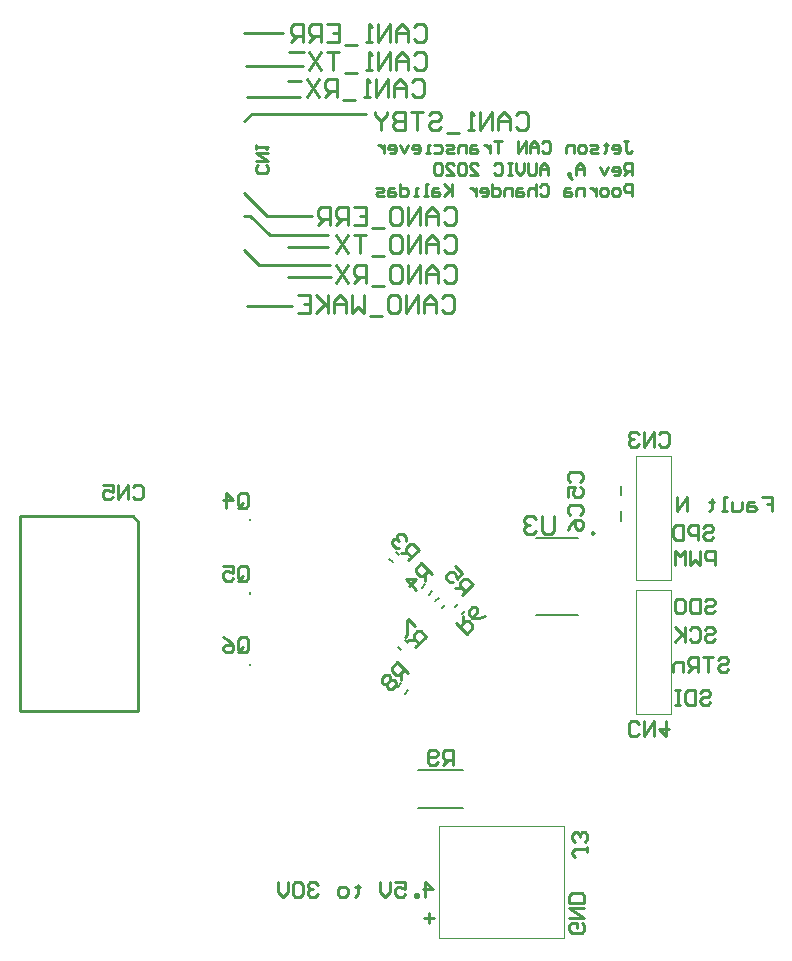
<source format=gbo>
G04*
G04 #@! TF.GenerationSoftware,Altium Limited,Altium Designer,20.0.12 (288)*
G04*
G04 Layer_Color=32896*
%FSLAX25Y25*%
%MOIN*%
G70*
G01*
G75*
%ADD10C,0.01000*%
%ADD11C,0.00984*%
%ADD13C,0.00787*%
%ADD14C,0.00394*%
G36*
X208499Y243796D02*
X208577D01*
X208721Y243736D01*
X208832Y243625D01*
X208892Y243481D01*
Y243403D01*
Y243324D01*
X208832Y243179D01*
X208721Y243069D01*
X208577Y243009D01*
X208499D01*
X208420D01*
X208276Y243069D01*
X208165Y243179D01*
X208105Y243324D01*
Y243403D01*
Y243481D01*
X208165Y243625D01*
X208276Y243736D01*
X208420Y243796D01*
X208499D01*
D01*
D02*
G37*
G36*
Y267611D02*
X208577D01*
X208721Y267551D01*
X208832Y267441D01*
X208892Y267296D01*
Y267218D01*
Y267139D01*
X208832Y266995D01*
X208721Y266884D01*
X208577Y266824D01*
X208499D01*
X208420D01*
X208276Y266884D01*
X208165Y266995D01*
X208105Y267139D01*
Y267218D01*
Y267296D01*
X208165Y267441D01*
X208276Y267551D01*
X208420Y267611D01*
X208499D01*
D01*
D02*
G37*
G36*
Y292013D02*
X208577D01*
X208721Y291953D01*
X208832Y291842D01*
X208892Y291698D01*
Y291619D01*
Y291541D01*
X208832Y291396D01*
X208721Y291285D01*
X208577Y291226D01*
X208499D01*
X208420D01*
X208276Y291285D01*
X208165Y291396D01*
X208105Y291541D01*
Y291619D01*
Y291698D01*
X208165Y291842D01*
X208276Y291953D01*
X208420Y292013D01*
X208499D01*
D01*
D02*
G37*
D10*
X207603Y363044D02*
X222603D01*
X221103Y372544D02*
X235603D01*
X206603Y381544D02*
X211603Y376544D01*
X235103D01*
X221103Y382544D02*
X234603D01*
X206603Y393044D02*
X208603D01*
X215103Y386544D01*
X234603D01*
X206603Y400544D02*
X214103Y393044D01*
X229103D01*
X206603Y424544D02*
X209103Y427044D01*
X209603D01*
X247103D01*
X207603Y432544D02*
X225103D01*
X221103Y438044D02*
X225603D01*
X221603Y447544D02*
X226603D01*
X207103Y443044D02*
X226103D01*
X206603Y454044D02*
X219603D01*
X131988Y228035D02*
X171358D01*
X131988D02*
Y292996D01*
X171358Y228035D02*
Y291028D01*
X169390Y292996D02*
X171358Y291028D01*
X131988Y292996D02*
X169390D01*
X333334Y417896D02*
X334667D01*
X334001D01*
Y414563D01*
X334667Y413897D01*
X335334D01*
X336000Y414563D01*
X330002Y413897D02*
X331335D01*
X332001Y414563D01*
Y415896D01*
X331335Y416563D01*
X330002D01*
X329335Y415896D01*
Y415230D01*
X332001D01*
X327336Y417229D02*
Y416563D01*
X328003D01*
X326670D01*
X327336D01*
Y414563D01*
X326670Y413897D01*
X324670D02*
X322671D01*
X322005Y414563D01*
X322671Y415230D01*
X324004D01*
X324670Y415896D01*
X324004Y416563D01*
X322005D01*
X320005Y413897D02*
X318672D01*
X318006Y414563D01*
Y415896D01*
X318672Y416563D01*
X320005D01*
X320672Y415896D01*
Y414563D01*
X320005Y413897D01*
X316673D02*
Y416563D01*
X314673D01*
X314007Y415896D01*
Y413897D01*
X306010Y417229D02*
X306676Y417896D01*
X308009D01*
X308676Y417229D01*
Y414563D01*
X308009Y413897D01*
X306676D01*
X306010Y414563D01*
X304677Y413897D02*
Y416563D01*
X303344Y417896D01*
X302011Y416563D01*
Y413897D01*
Y415896D01*
X304677D01*
X300678Y413897D02*
Y417896D01*
X298012Y413897D01*
Y417896D01*
X292681D02*
X290015D01*
X291348D01*
Y413897D01*
X288682Y416563D02*
Y413897D01*
Y415230D01*
X288016Y415896D01*
X287349Y416563D01*
X286683D01*
X284017D02*
X282684D01*
X282017Y415896D01*
Y413897D01*
X284017D01*
X284683Y414563D01*
X284017Y415230D01*
X282017D01*
X280684Y413897D02*
Y416563D01*
X278685D01*
X278019Y415896D01*
Y413897D01*
X276686D02*
X274687D01*
X274020Y414563D01*
X274687Y415230D01*
X276019D01*
X276686Y415896D01*
X276019Y416563D01*
X274020D01*
X270021D02*
X272021D01*
X272687Y415896D01*
Y414563D01*
X272021Y413897D01*
X270021D01*
X268688D02*
X267355D01*
X268022D01*
Y416563D01*
X268688D01*
X263357Y413897D02*
X264690D01*
X265356Y414563D01*
Y415896D01*
X264690Y416563D01*
X263357D01*
X262690Y415896D01*
Y415230D01*
X265356D01*
X261357Y416563D02*
X260024Y413897D01*
X258692Y416563D01*
X255359Y413897D02*
X256692D01*
X257359Y414563D01*
Y415896D01*
X256692Y416563D01*
X255359D01*
X254693Y415896D01*
Y415230D01*
X257359D01*
X253360Y416563D02*
Y413897D01*
Y415230D01*
X252694Y415896D01*
X252027Y416563D01*
X251361D01*
X336000Y406699D02*
Y410697D01*
X334001D01*
X333334Y410031D01*
Y408698D01*
X334001Y408031D01*
X336000D01*
X334667D02*
X333334Y406699D01*
X330002D02*
X331335D01*
X332001Y407365D01*
Y408698D01*
X331335Y409364D01*
X330002D01*
X329335Y408698D01*
Y408031D01*
X332001D01*
X328003Y409364D02*
X326670Y406699D01*
X325337Y409364D01*
X320005Y406699D02*
Y409364D01*
X318672Y410697D01*
X317339Y409364D01*
Y406699D01*
Y408698D01*
X320005D01*
X315340Y406032D02*
X314673Y406699D01*
Y407365D01*
X315340D01*
Y406699D01*
X314673D01*
X315340Y406032D01*
X316006Y405366D01*
X308009Y406699D02*
Y409364D01*
X306676Y410697D01*
X305343Y409364D01*
Y406699D01*
Y408698D01*
X308009D01*
X304010Y410697D02*
Y407365D01*
X303344Y406699D01*
X302011D01*
X301344Y407365D01*
Y410697D01*
X300012D02*
Y408031D01*
X298679Y406699D01*
X297346Y408031D01*
Y410697D01*
X296013D02*
X294680D01*
X295346D01*
Y406699D01*
X296013D01*
X294680D01*
X290015Y410031D02*
X290681Y410697D01*
X292014D01*
X292681Y410031D01*
Y407365D01*
X292014Y406699D01*
X290681D01*
X290015Y407365D01*
X282017Y406699D02*
X284683D01*
X282017Y409364D01*
Y410031D01*
X282684Y410697D01*
X284017D01*
X284683Y410031D01*
X280684D02*
X280018Y410697D01*
X278685D01*
X278019Y410031D01*
Y407365D01*
X278685Y406699D01*
X280018D01*
X280684Y407365D01*
Y410031D01*
X274020Y406699D02*
X276686D01*
X274020Y409364D01*
Y410031D01*
X274687Y410697D01*
X276019D01*
X276686Y410031D01*
X272687D02*
X272021Y410697D01*
X270688D01*
X270021Y410031D01*
Y407365D01*
X270688Y406699D01*
X272021D01*
X272687Y407365D01*
Y410031D01*
X336000Y399500D02*
Y403499D01*
X334001D01*
X333334Y402832D01*
Y401499D01*
X334001Y400833D01*
X336000D01*
X331335Y399500D02*
X330002D01*
X329335Y400166D01*
Y401499D01*
X330002Y402166D01*
X331335D01*
X332001Y401499D01*
Y400166D01*
X331335Y399500D01*
X327336D02*
X326003D01*
X325337Y400166D01*
Y401499D01*
X326003Y402166D01*
X327336D01*
X328003Y401499D01*
Y400166D01*
X327336Y399500D01*
X324004Y402166D02*
Y399500D01*
Y400833D01*
X323337Y401499D01*
X322671Y402166D01*
X322005D01*
X320005Y399500D02*
Y402166D01*
X318006D01*
X317339Y401499D01*
Y399500D01*
X315340Y402166D02*
X314007D01*
X313341Y401499D01*
Y399500D01*
X315340D01*
X316006Y400166D01*
X315340Y400833D01*
X313341D01*
X305343Y402832D02*
X306010Y403499D01*
X307343D01*
X308009Y402832D01*
Y400166D01*
X307343Y399500D01*
X306010D01*
X305343Y400166D01*
X304010Y403499D02*
Y399500D01*
Y401499D01*
X303344Y402166D01*
X302011D01*
X301344Y401499D01*
Y399500D01*
X299345Y402166D02*
X298012D01*
X297346Y401499D01*
Y399500D01*
X299345D01*
X300012Y400166D01*
X299345Y400833D01*
X297346D01*
X296013Y399500D02*
Y402166D01*
X294014D01*
X293347Y401499D01*
Y399500D01*
X289348Y403499D02*
Y399500D01*
X291348D01*
X292014Y400166D01*
Y401499D01*
X291348Y402166D01*
X289348D01*
X286016Y399500D02*
X287349D01*
X288016Y400166D01*
Y401499D01*
X287349Y402166D01*
X286016D01*
X285350Y401499D01*
Y400833D01*
X288016D01*
X284017Y402166D02*
Y399500D01*
Y400833D01*
X283350Y401499D01*
X282684Y402166D01*
X282017D01*
X276019Y403499D02*
Y399500D01*
Y400833D01*
X273354Y403499D01*
X275353Y401499D01*
X273354Y399500D01*
X271354Y402166D02*
X270021D01*
X269355Y401499D01*
Y399500D01*
X271354D01*
X272021Y400166D01*
X271354Y400833D01*
X269355D01*
X268022Y399500D02*
X266689D01*
X267355D01*
Y403499D01*
X268022D01*
X264690Y399500D02*
X263357D01*
X264023D01*
Y402166D01*
X264690D01*
X258692Y403499D02*
Y399500D01*
X260691D01*
X261357Y400166D01*
Y401499D01*
X260691Y402166D01*
X258692D01*
X256692D02*
X255359D01*
X254693Y401499D01*
Y399500D01*
X256692D01*
X257359Y400166D01*
X256692Y400833D01*
X254693D01*
X253360Y399500D02*
X251361D01*
X250694Y400166D01*
X251361Y400833D01*
X252694D01*
X253360Y401499D01*
X252694Y402166D01*
X250694D01*
X267001Y166000D02*
Y170998D01*
X269500Y168499D01*
X266168D01*
X264502Y166000D02*
Y166833D01*
X263669D01*
Y166000D01*
X264502D01*
X257004Y170998D02*
X260336D01*
Y168499D01*
X258670Y169332D01*
X257837D01*
X257004Y168499D01*
Y166833D01*
X257837Y166000D01*
X259503D01*
X260336Y166833D01*
X255338Y170998D02*
Y167666D01*
X253672Y166000D01*
X252006Y167666D01*
Y170998D01*
X244508Y170165D02*
Y169332D01*
X245341D01*
X243675D01*
X244508D01*
Y166833D01*
X243675Y166000D01*
X240343D02*
X238677D01*
X237844Y166833D01*
Y168499D01*
X238677Y169332D01*
X240343D01*
X241176Y168499D01*
Y166833D01*
X240343Y166000D01*
X231179Y170165D02*
X230346Y170998D01*
X228680D01*
X227847Y170165D01*
Y169332D01*
X228680Y168499D01*
X229513D01*
X228680D01*
X227847Y167666D01*
Y166833D01*
X228680Y166000D01*
X230346D01*
X231179Y166833D01*
X226181Y170165D02*
X225348Y170998D01*
X223681D01*
X222848Y170165D01*
Y166833D01*
X223681Y166000D01*
X225348D01*
X226181Y166833D01*
Y170165D01*
X221182Y170998D02*
Y167666D01*
X219516Y166000D01*
X217850Y167666D01*
Y170998D01*
X309998Y292999D02*
Y288001D01*
X308999Y287001D01*
X306999D01*
X306000Y288001D01*
Y292999D01*
X304000Y291999D02*
X303001Y292999D01*
X301001D01*
X300002Y291999D01*
Y291000D01*
X301001Y290000D01*
X302001D01*
X301001D01*
X300002Y289000D01*
Y288001D01*
X301001Y287001D01*
X303001D01*
X304000Y288001D01*
X204568Y272233D02*
Y275565D01*
X205401Y276398D01*
X207067D01*
X207900Y275565D01*
Y272233D01*
X207067Y271400D01*
X205401D01*
X206234Y273066D02*
X204568Y271400D01*
X205401D02*
X204568Y272233D01*
X199569Y276398D02*
X202902D01*
Y273899D01*
X201236Y274732D01*
X200402D01*
X199569Y273899D01*
Y272233D01*
X200402Y271400D01*
X202069D01*
X202902Y272233D01*
X359668Y289165D02*
X360501Y289998D01*
X362167D01*
X363000Y289165D01*
Y288332D01*
X362167Y287499D01*
X360501D01*
X359668Y286666D01*
Y285833D01*
X360501Y285000D01*
X362167D01*
X363000Y285833D01*
X358002Y285000D02*
Y289998D01*
X355502D01*
X354669Y289165D01*
Y287499D01*
X355502Y286666D01*
X358002D01*
X353003Y289998D02*
Y285000D01*
X350504D01*
X349671Y285833D01*
Y289165D01*
X350504Y289998D01*
X353003D01*
X272604Y365542D02*
X273604Y366542D01*
X275603D01*
X276603Y365542D01*
Y361544D01*
X275603Y360544D01*
X273604D01*
X272604Y361544D01*
X270605Y360544D02*
Y364543D01*
X268605Y366542D01*
X266606Y364543D01*
Y360544D01*
Y363543D01*
X270605D01*
X264607Y360544D02*
Y366542D01*
X260608Y360544D01*
Y366542D01*
X258609Y365542D02*
X257609Y366542D01*
X255610D01*
X254610Y365542D01*
Y361544D01*
X255610Y360544D01*
X257609D01*
X258609Y361544D01*
Y365542D01*
X252611Y359544D02*
X248612D01*
X246613Y366542D02*
Y360544D01*
X244613Y362543D01*
X242614Y360544D01*
Y366542D01*
X240615Y360544D02*
Y364543D01*
X238615Y366542D01*
X236616Y364543D01*
Y360544D01*
Y363543D01*
X240615D01*
X234616Y366542D02*
Y360544D01*
Y362543D01*
X230618Y366542D01*
X233617Y363543D01*
X230618Y360544D01*
X224620Y366542D02*
X228619D01*
Y360544D01*
X224620D01*
X228619Y363543D02*
X226619D01*
X273104Y375542D02*
X274104Y376542D01*
X276103D01*
X277103Y375542D01*
Y371544D01*
X276103Y370544D01*
X274104D01*
X273104Y371544D01*
X271105Y370544D02*
Y374543D01*
X269106Y376542D01*
X267106Y374543D01*
Y370544D01*
Y373543D01*
X271105D01*
X265107Y370544D02*
Y376542D01*
X261108Y370544D01*
Y376542D01*
X259109Y375542D02*
X258109Y376542D01*
X256110D01*
X255110Y375542D01*
Y371544D01*
X256110Y370544D01*
X258109D01*
X259109Y371544D01*
Y375542D01*
X253111Y369544D02*
X249112D01*
X247113Y370544D02*
Y376542D01*
X244114D01*
X243114Y375542D01*
Y373543D01*
X244114Y372543D01*
X247113D01*
X245113D02*
X243114Y370544D01*
X241115Y376542D02*
X237116Y370544D01*
Y376542D02*
X241115Y370544D01*
X273104Y385542D02*
X274104Y386542D01*
X276103D01*
X277103Y385542D01*
Y381544D01*
X276103Y380544D01*
X274104D01*
X273104Y381544D01*
X271105Y380544D02*
Y384543D01*
X269106Y386542D01*
X267106Y384543D01*
Y380544D01*
Y383543D01*
X271105D01*
X265107Y380544D02*
Y386542D01*
X261108Y380544D01*
Y386542D01*
X259109Y385542D02*
X258109Y386542D01*
X256110D01*
X255110Y385542D01*
Y381544D01*
X256110Y380544D01*
X258109D01*
X259109Y381544D01*
Y385542D01*
X253111Y379544D02*
X249112D01*
X247113Y386542D02*
X243114D01*
X245113D01*
Y380544D01*
X241115Y386542D02*
X237116Y380544D01*
Y386542D02*
X241115Y380544D01*
X273104Y395042D02*
X274104Y396042D01*
X276103D01*
X277103Y395042D01*
Y391044D01*
X276103Y390044D01*
X274104D01*
X273104Y391044D01*
X271105Y390044D02*
Y394043D01*
X269106Y396042D01*
X267106Y394043D01*
Y390044D01*
Y393043D01*
X271105D01*
X265107Y390044D02*
Y396042D01*
X261108Y390044D01*
Y396042D01*
X259109Y395042D02*
X258109Y396042D01*
X256110D01*
X255110Y395042D01*
Y391044D01*
X256110Y390044D01*
X258109D01*
X259109Y391044D01*
Y395042D01*
X253111Y389044D02*
X249112D01*
X243114Y396042D02*
X247113D01*
Y390044D01*
X243114D01*
X247113Y393043D02*
X245113D01*
X241115Y390044D02*
Y396042D01*
X238116D01*
X237116Y395042D01*
Y393043D01*
X238116Y392043D01*
X241115D01*
X239115D02*
X237116Y390044D01*
X235117D02*
Y396042D01*
X232118D01*
X231118Y395042D01*
Y393043D01*
X232118Y392043D01*
X235117D01*
X233117D02*
X231118Y390044D01*
X297104Y426542D02*
X298104Y427542D01*
X300103D01*
X301103Y426542D01*
Y422544D01*
X300103Y421544D01*
X298104D01*
X297104Y422544D01*
X295105Y421544D02*
Y425543D01*
X293106Y427542D01*
X291106Y425543D01*
Y421544D01*
Y424543D01*
X295105D01*
X289107Y421544D02*
Y427542D01*
X285108Y421544D01*
Y427542D01*
X283109Y421544D02*
X281109D01*
X282109D01*
Y427542D01*
X283109Y426542D01*
X278110Y420544D02*
X274112D01*
X268114Y426542D02*
X269113Y427542D01*
X271113D01*
X272112Y426542D01*
Y425543D01*
X271113Y424543D01*
X269113D01*
X268114Y423543D01*
Y422544D01*
X269113Y421544D01*
X271113D01*
X272112Y422544D01*
X266114Y427542D02*
X262116D01*
X264115D01*
Y421544D01*
X260116Y427542D02*
Y421544D01*
X257117D01*
X256118Y422544D01*
Y423543D01*
X257117Y424543D01*
X260116D01*
X257117D01*
X256118Y425543D01*
Y426542D01*
X257117Y427542D01*
X260116D01*
X254118D02*
Y426542D01*
X252119Y424543D01*
X250119Y426542D01*
Y427542D01*
X252119Y424543D02*
Y421544D01*
X262604Y437542D02*
X263604Y438542D01*
X265603D01*
X266603Y437542D01*
Y433544D01*
X265603Y432544D01*
X263604D01*
X262604Y433544D01*
X260605Y432544D02*
Y436543D01*
X258606Y438542D01*
X256606Y436543D01*
Y432544D01*
Y435543D01*
X260605D01*
X254607Y432544D02*
Y438542D01*
X250608Y432544D01*
Y438542D01*
X248609Y432544D02*
X246609D01*
X247609D01*
Y438542D01*
X248609Y437542D01*
X243610Y431544D02*
X239612D01*
X237612Y432544D02*
Y438542D01*
X234613D01*
X233614Y437542D01*
Y435543D01*
X234613Y434543D01*
X237612D01*
X235613D02*
X233614Y432544D01*
X231614Y438542D02*
X227616Y432544D01*
Y438542D02*
X231614Y432544D01*
X263104Y446542D02*
X264104Y447542D01*
X266103D01*
X267103Y446542D01*
Y442544D01*
X266103Y441544D01*
X264104D01*
X263104Y442544D01*
X261105Y441544D02*
Y445543D01*
X259105Y447542D01*
X257106Y445543D01*
Y441544D01*
Y444543D01*
X261105D01*
X255107Y441544D02*
Y447542D01*
X251108Y441544D01*
Y447542D01*
X249109Y441544D02*
X247109D01*
X248109D01*
Y447542D01*
X249109Y446542D01*
X244110Y440544D02*
X240112D01*
X238112Y447542D02*
X234114D01*
X236113D01*
Y441544D01*
X232114Y447542D02*
X228116Y441544D01*
Y447542D02*
X232114Y441544D01*
X263104Y456042D02*
X264104Y457042D01*
X266103D01*
X267103Y456042D01*
Y452044D01*
X266103Y451044D01*
X264104D01*
X263104Y452044D01*
X261105Y451044D02*
Y455043D01*
X259105Y457042D01*
X257106Y455043D01*
Y451044D01*
Y454043D01*
X261105D01*
X255107Y451044D02*
Y457042D01*
X251108Y451044D01*
Y457042D01*
X249109Y451044D02*
X247109D01*
X248109D01*
Y457042D01*
X249109Y456042D01*
X244110Y450044D02*
X240112D01*
X234114Y457042D02*
X238112D01*
Y451044D01*
X234114D01*
X238112Y454043D02*
X236113D01*
X232114Y451044D02*
Y457042D01*
X229115D01*
X228116Y456042D01*
Y454043D01*
X229115Y453043D01*
X232114D01*
X230115D02*
X228116Y451044D01*
X226116D02*
Y457042D01*
X223117D01*
X222117Y456042D01*
Y454043D01*
X223117Y453043D01*
X226116D01*
X224117D02*
X222117Y451044D01*
X268334Y160500D02*
Y157168D01*
X266668Y158834D02*
X270000D01*
X319165Y157332D02*
X319998Y156499D01*
Y154833D01*
X319165Y154000D01*
X315833D01*
X315000Y154833D01*
Y156499D01*
X315833Y157332D01*
X317499D01*
Y155666D01*
X315000Y158998D02*
X319998D01*
X315000Y162331D01*
X319998D01*
Y163997D02*
X315000D01*
Y166496D01*
X315833Y167329D01*
X319165D01*
X319998Y166496D01*
Y163997D01*
X358668Y234165D02*
X359501Y234998D01*
X361167D01*
X362000Y234165D01*
Y233332D01*
X361167Y232499D01*
X359501D01*
X358668Y231666D01*
Y230833D01*
X359501Y230000D01*
X361167D01*
X362000Y230833D01*
X357002Y234998D02*
Y230000D01*
X354502D01*
X353669Y230833D01*
Y234165D01*
X354502Y234998D01*
X357002D01*
X352003D02*
X350337D01*
X351170D01*
Y230000D01*
X352003D01*
X350337D01*
X364668Y245165D02*
X365501Y245998D01*
X367167D01*
X368000Y245165D01*
Y244332D01*
X367167Y243499D01*
X365501D01*
X364668Y242666D01*
Y241833D01*
X365501Y241000D01*
X367167D01*
X368000Y241833D01*
X363002Y245998D02*
X359669D01*
X361335D01*
Y241000D01*
X358003D02*
Y245998D01*
X355504D01*
X354671Y245165D01*
Y243499D01*
X355504Y242666D01*
X358003D01*
X356337D02*
X354671Y241000D01*
X353005D02*
Y244332D01*
X350506D01*
X349673Y243499D01*
Y241000D01*
X360168Y255165D02*
X361001Y255998D01*
X362667D01*
X363500Y255165D01*
Y254332D01*
X362667Y253499D01*
X361001D01*
X360168Y252666D01*
Y251833D01*
X361001Y251000D01*
X362667D01*
X363500Y251833D01*
X355169Y255165D02*
X356002Y255998D01*
X357669D01*
X358502Y255165D01*
Y251833D01*
X357669Y251000D01*
X356002D01*
X355169Y251833D01*
X353503Y255998D02*
Y251000D01*
Y252666D01*
X350171Y255998D01*
X352670Y253499D01*
X350171Y251000D01*
X360168Y264665D02*
X361001Y265498D01*
X362667D01*
X363500Y264665D01*
Y263832D01*
X362667Y262999D01*
X361001D01*
X360168Y262166D01*
Y261333D01*
X361001Y260500D01*
X362667D01*
X363500Y261333D01*
X358502Y265498D02*
Y260500D01*
X356002D01*
X355169Y261333D01*
Y264665D01*
X356002Y265498D01*
X358502D01*
X351004D02*
X352670D01*
X353503Y264665D01*
Y261333D01*
X352670Y260500D01*
X351004D01*
X350171Y261333D01*
Y264665D01*
X351004Y265498D01*
X363500Y276500D02*
Y281498D01*
X361001D01*
X360168Y280665D01*
Y278999D01*
X361001Y278166D01*
X363500D01*
X358502Y281498D02*
Y276500D01*
X356836Y278166D01*
X355169Y276500D01*
Y281498D01*
X353503Y276500D02*
Y281498D01*
X351837Y279832D01*
X350171Y281498D01*
Y276500D01*
X379168Y299498D02*
X382500D01*
Y296999D01*
X380834D01*
X382500D01*
Y294500D01*
X376669Y297832D02*
X375002D01*
X374169Y296999D01*
Y294500D01*
X376669D01*
X377502Y295333D01*
X376669Y296166D01*
X374169D01*
X372503Y297832D02*
Y295333D01*
X371670Y294500D01*
X369171D01*
Y297832D01*
X367505Y294500D02*
X365839D01*
X366672D01*
Y299498D01*
X367505D01*
X362507Y298665D02*
Y297832D01*
X363339D01*
X361673D01*
X362507D01*
Y295333D01*
X361673Y294500D01*
X354176D02*
Y299498D01*
X350844Y294500D01*
Y299498D01*
X169468Y302665D02*
X170301Y303498D01*
X171967D01*
X172800Y302665D01*
Y299333D01*
X171967Y298500D01*
X170301D01*
X169468Y299333D01*
X167802Y298500D02*
Y303498D01*
X164469Y298500D01*
Y303498D01*
X159471D02*
X162803D01*
Y300999D01*
X161137Y301832D01*
X160304D01*
X159471Y300999D01*
Y299333D01*
X160304Y298500D01*
X161970D01*
X162803Y299333D01*
X277288Y257322D02*
X280822Y253787D01*
X282589Y255555D01*
X282589Y256733D01*
X281411Y257911D01*
X280233Y257911D01*
X278466Y256144D01*
X279644Y257322D02*
Y259678D01*
X286713D02*
X284945Y259089D01*
X282589D01*
X281411Y260267D01*
Y261445D01*
X282589Y262623D01*
X283767Y262623D01*
X284356Y262034D01*
Y260856D01*
X282589Y259089D01*
X263678Y249288D02*
X267213Y252822D01*
X265445Y254589D01*
X264267Y254589D01*
X263089Y253411D01*
X263089Y252233D01*
X264856Y250466D01*
X263678Y251644D02*
X261322D01*
X263678Y256356D02*
X261322Y258713D01*
X260733Y258123D01*
Y253411D01*
X260144Y252822D01*
X261178Y278288D02*
X264713Y281822D01*
X262945Y283589D01*
X261767Y283589D01*
X260589Y282411D01*
X260589Y281233D01*
X262356Y279466D01*
X261178Y280644D02*
X258822D01*
X260589Y284767D02*
Y285945D01*
X259411Y287123D01*
X258233Y287123D01*
X257644Y286534D01*
Y285356D01*
X258233Y284767D01*
X257644Y285356D01*
X256466D01*
X255876Y284767D01*
X255876Y283589D01*
X257055Y282411D01*
X258233D01*
X204568Y296633D02*
Y299965D01*
X205401Y300798D01*
X207067D01*
X207900Y299965D01*
Y296633D01*
X207067Y295800D01*
X205401D01*
X206234Y297466D02*
X204568Y295800D01*
X205401D02*
X204568Y296633D01*
X200402Y295800D02*
Y300798D01*
X202902Y298299D01*
X199569D01*
X276165Y210001D02*
Y214999D01*
X273666D01*
X272833Y214166D01*
Y212500D01*
X273666Y211667D01*
X276165D01*
X274499D02*
X272833Y210001D01*
X271167Y210834D02*
X270334Y210001D01*
X268668D01*
X267835Y210834D01*
Y214166D01*
X268668Y214999D01*
X270334D01*
X271167Y214166D01*
Y213333D01*
X270334Y212500D01*
X267835D01*
X261212Y240678D02*
X257678Y244213D01*
X255911Y242445D01*
X255911Y241267D01*
X257089Y240089D01*
X258267Y240089D01*
X260034Y241856D01*
X258856Y240678D02*
Y238322D01*
X254733Y240089D02*
X253555D01*
X252377Y238911D01*
X252377Y237733D01*
X252966Y237144D01*
X254144D01*
Y235966D01*
X254733Y235377D01*
X255911Y235377D01*
X257089Y236555D01*
Y237733D01*
X256500Y238322D01*
X255322D01*
X255322Y239500D01*
X254733Y240089D01*
X255322Y238322D02*
X254144Y237144D01*
X279178Y266788D02*
X282713Y270322D01*
X280945Y272089D01*
X279767Y272089D01*
X278589Y270911D01*
X278589Y269733D01*
X280356Y267966D01*
X279178Y269144D02*
X276822D01*
Y276213D02*
X279178Y273856D01*
X277411Y272089D01*
X276822Y273856D01*
X276233Y274445D01*
X275055D01*
X273877Y273267D01*
X273877Y272089D01*
X275055Y270911D01*
X276233D01*
X269213Y273678D02*
X265678Y277213D01*
X263911Y275445D01*
X263911Y274267D01*
X265089Y273089D01*
X266267Y273089D01*
X268034Y274856D01*
X266856Y273678D02*
Y271322D01*
X263911Y268376D02*
X260377Y271911D01*
X263911D01*
X261555Y269555D01*
X204568Y248433D02*
Y251765D01*
X205401Y252598D01*
X207067D01*
X207900Y251765D01*
Y248433D01*
X207067Y247600D01*
X205401D01*
X206234Y249266D02*
X204568Y247600D01*
X205401D02*
X204568Y248433D01*
X199569Y252598D02*
X201236Y251765D01*
X202902Y250099D01*
Y248433D01*
X202069Y247600D01*
X200402D01*
X199569Y248433D01*
Y249266D01*
X200402Y250099D01*
X202902D01*
X320999Y182667D02*
Y181001D01*
Y181834D01*
X316834D01*
X316001Y181001D01*
Y180168D01*
X316834Y179335D01*
X320166Y184333D02*
X320999Y185166D01*
Y186832D01*
X320166Y187665D01*
X319333D01*
X318500Y186832D01*
Y185999D01*
Y186832D01*
X317667Y187665D01*
X316834D01*
X316001Y186832D01*
Y185166D01*
X316834Y184333D01*
X338168Y220334D02*
X337335Y219501D01*
X335668D01*
X334836Y220334D01*
Y223666D01*
X335668Y224499D01*
X337335D01*
X338168Y223666D01*
X339834Y224499D02*
Y219501D01*
X343166Y224499D01*
Y219501D01*
X347331Y224499D02*
Y219501D01*
X344832Y222000D01*
X348165D01*
X344768Y320265D02*
X345601Y321098D01*
X347267D01*
X348100Y320265D01*
Y316933D01*
X347267Y316100D01*
X345601D01*
X344768Y316933D01*
X343102Y316100D02*
Y321098D01*
X339769Y316100D01*
Y321098D01*
X338103Y320265D02*
X337270Y321098D01*
X335604D01*
X334771Y320265D01*
Y319432D01*
X335604Y318599D01*
X336437D01*
X335604D01*
X334771Y317766D01*
Y316933D01*
X335604Y316100D01*
X337270D01*
X338103Y316933D01*
X213936Y410045D02*
X214602Y409378D01*
Y408045D01*
X213936Y407379D01*
X211270D01*
X210604Y408045D01*
Y409378D01*
X211270Y410045D01*
X210604Y411378D02*
X214602D01*
X210604Y414044D01*
X214602D01*
X210604Y415377D02*
Y416709D01*
Y416043D01*
X214602D01*
X213936Y415377D01*
X315334Y293333D02*
X314501Y294166D01*
Y295832D01*
X315334Y296665D01*
X318666D01*
X319499Y295832D01*
Y294166D01*
X318666Y293333D01*
X314501Y288335D02*
X315334Y290001D01*
X317000Y291667D01*
X318666D01*
X319499Y290834D01*
Y289168D01*
X318666Y288335D01*
X317833D01*
X317000Y289168D01*
Y291667D01*
X315334Y304333D02*
X314501Y305166D01*
Y306832D01*
X315334Y307665D01*
X318666D01*
X319499Y306832D01*
Y305166D01*
X318666Y304333D01*
X314501Y299335D02*
Y302667D01*
X317000D01*
X316167Y301001D01*
Y300168D01*
X317000Y299335D01*
X318666D01*
X319499Y300168D01*
Y301834D01*
X318666Y302667D01*
D11*
X323300Y287286D02*
X322562Y287712D01*
Y286860D01*
X323300Y287286D01*
D13*
X303812Y259924D02*
X317985D01*
X303812Y285514D02*
X317985D01*
X332299Y299925D02*
Y303075D01*
X332299Y291425D02*
X332299Y294575D01*
X264520Y195701D02*
X279480D01*
X264520Y208299D02*
X279480D01*
X260057Y233830D02*
X261170Y234943D01*
X257830Y236057D02*
X258943Y237170D01*
X257830Y249443D02*
X258943Y248330D01*
X260057Y251670D02*
X261170Y250557D01*
X279057Y260330D02*
X280170Y261443D01*
X276830Y262557D02*
X277943Y263670D01*
X272557Y262330D02*
X273670Y263443D01*
X270330Y264557D02*
X271443Y265670D01*
X268057Y266830D02*
X269170Y267943D01*
X265830Y269057D02*
X266943Y270170D01*
X254963Y278809D02*
X256077Y277696D01*
X257190Y281037D02*
X258304Y279923D01*
D14*
X337094Y227067D02*
X348905D01*
Y268406D01*
X337094D02*
X348905D01*
X337094Y227067D02*
Y268406D01*
Y271567D02*
X348905D01*
Y312906D01*
X337094D02*
X348905D01*
X337094Y271567D02*
Y312906D01*
X313209Y173339D02*
Y189504D01*
X271476D02*
X313209D01*
X271476Y152496D02*
Y189504D01*
Y152496D02*
X313209D01*
Y173339D01*
M02*

</source>
